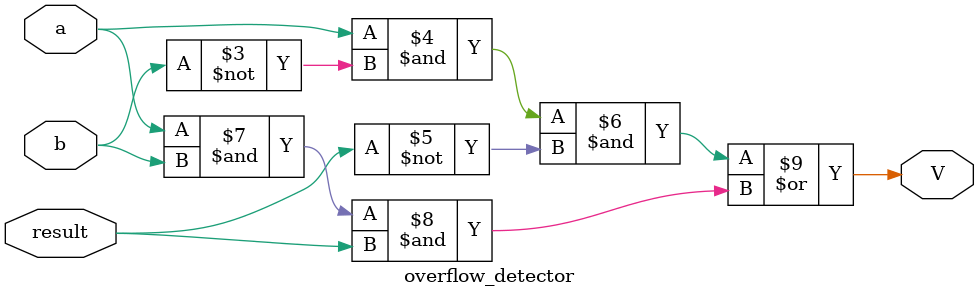
<source format=v>
module overflow_detector(
    input a, b, result,
    output V
    );
    
    assign V = ~(~a)&(~b)&(~result) | a&b&result;  
    
endmodule

</source>
